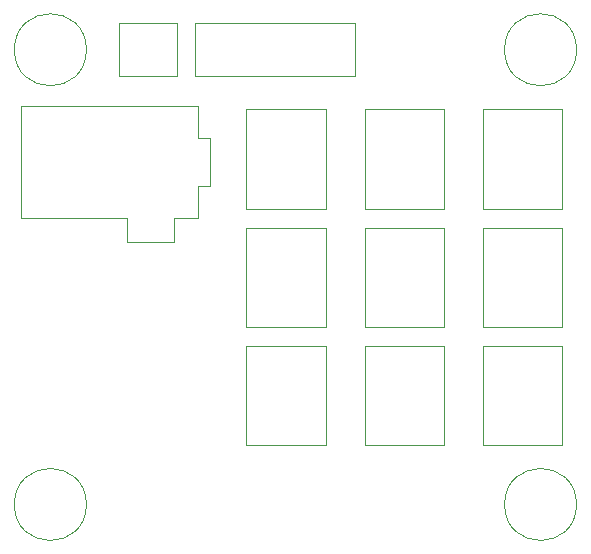
<source format=gbr>
G04 #@! TF.GenerationSoftware,KiCad,Pcbnew,5.1.10-88a1d61d58~90~ubuntu20.04.1*
G04 #@! TF.CreationDate,2022-01-16T12:05:17+00:00*
G04 #@! TF.ProjectId,12V5A_breakout,31325635-415f-4627-9265-616b6f75742e,rev?*
G04 #@! TF.SameCoordinates,Original*
G04 #@! TF.FileFunction,Other,User*
%FSLAX46Y46*%
G04 Gerber Fmt 4.6, Leading zero omitted, Abs format (unit mm)*
G04 Created by KiCad (PCBNEW 5.1.10-88a1d61d58~90~ubuntu20.04.1) date 2022-01-16 12:05:17*
%MOMM*%
%LPD*%
G01*
G04 APERTURE LIST*
%ADD10C,0.050000*%
G04 APERTURE END LIST*
D10*
X111850000Y-48050000D02*
X105100000Y-48050000D01*
X105100000Y-48050000D02*
X105100000Y-56450000D01*
X105100000Y-56450000D02*
X111850000Y-56450000D01*
X111850000Y-56450000D02*
X111850000Y-48050000D01*
X123050000Y-81500000D02*
G75*
G03*
X123050000Y-81500000I-3050000J0D01*
G01*
X81550000Y-81500000D02*
G75*
G03*
X81550000Y-81500000I-3050000J0D01*
G01*
X81550000Y-43000000D02*
G75*
G03*
X81550000Y-43000000I-3050000J0D01*
G01*
X123050000Y-43000000D02*
G75*
G03*
X123050000Y-43000000I-3050000J0D01*
G01*
X104250000Y-45250000D02*
X104250000Y-40750000D01*
X104250000Y-40750000D02*
X90750000Y-40750000D01*
X90750000Y-40750000D02*
X90750000Y-45250000D01*
X90750000Y-45250000D02*
X104250000Y-45250000D01*
X84350000Y-40750000D02*
X84350000Y-45250000D01*
X84350000Y-45250000D02*
X89200000Y-45250000D01*
X89200000Y-45250000D02*
X89200000Y-40750000D01*
X89200000Y-40750000D02*
X84350000Y-40750000D01*
X121850000Y-68050000D02*
X115100000Y-68050000D01*
X115100000Y-68050000D02*
X115100000Y-76450000D01*
X115100000Y-76450000D02*
X121850000Y-76450000D01*
X121850000Y-76450000D02*
X121850000Y-68050000D01*
X121850000Y-58050000D02*
X115100000Y-58050000D01*
X115100000Y-58050000D02*
X115100000Y-66450000D01*
X115100000Y-66450000D02*
X121850000Y-66450000D01*
X121850000Y-66450000D02*
X121850000Y-58050000D01*
X121850000Y-48050000D02*
X115100000Y-48050000D01*
X115100000Y-48050000D02*
X115100000Y-56450000D01*
X115100000Y-56450000D02*
X121850000Y-56450000D01*
X121850000Y-56450000D02*
X121850000Y-48050000D01*
X111850000Y-68050000D02*
X105100000Y-68050000D01*
X105100000Y-68050000D02*
X105100000Y-76450000D01*
X105100000Y-76450000D02*
X111850000Y-76450000D01*
X111850000Y-76450000D02*
X111850000Y-68050000D01*
X111850000Y-58050000D02*
X105100000Y-58050000D01*
X105100000Y-58050000D02*
X105100000Y-66450000D01*
X105100000Y-66450000D02*
X111850000Y-66450000D01*
X111850000Y-66450000D02*
X111850000Y-58050000D01*
X101850000Y-68050000D02*
X95100000Y-68050000D01*
X95100000Y-68050000D02*
X95100000Y-76450000D01*
X95100000Y-76450000D02*
X101850000Y-76450000D01*
X101850000Y-76450000D02*
X101850000Y-68050000D01*
X101850000Y-58050000D02*
X95100000Y-58050000D01*
X95100000Y-58050000D02*
X95100000Y-66450000D01*
X95100000Y-66450000D02*
X101850000Y-66450000D01*
X101850000Y-66450000D02*
X101850000Y-58050000D01*
X101850000Y-48050000D02*
X95100000Y-48050000D01*
X95100000Y-48050000D02*
X95100000Y-56450000D01*
X95100000Y-56450000D02*
X101850000Y-56450000D01*
X101850000Y-56450000D02*
X101850000Y-48050000D01*
X91000000Y-48000000D02*
X91000000Y-47750000D01*
X91000000Y-47750000D02*
X76000000Y-47750000D01*
X91000000Y-48000000D02*
X91000000Y-50500000D01*
X91000000Y-50500000D02*
X92000000Y-50500000D01*
X92000000Y-50500000D02*
X92000000Y-54500000D01*
X92000000Y-54500000D02*
X91000000Y-54500000D01*
X91000000Y-54500000D02*
X91000000Y-57250000D01*
X91000000Y-57250000D02*
X89000000Y-57250000D01*
X89000000Y-57250000D02*
X89000000Y-59250000D01*
X89000000Y-59250000D02*
X85000000Y-59250000D01*
X85000000Y-59250000D02*
X85000000Y-57250000D01*
X85000000Y-57250000D02*
X76000000Y-57250000D01*
X76000000Y-57250000D02*
X76000000Y-47750000D01*
M02*

</source>
